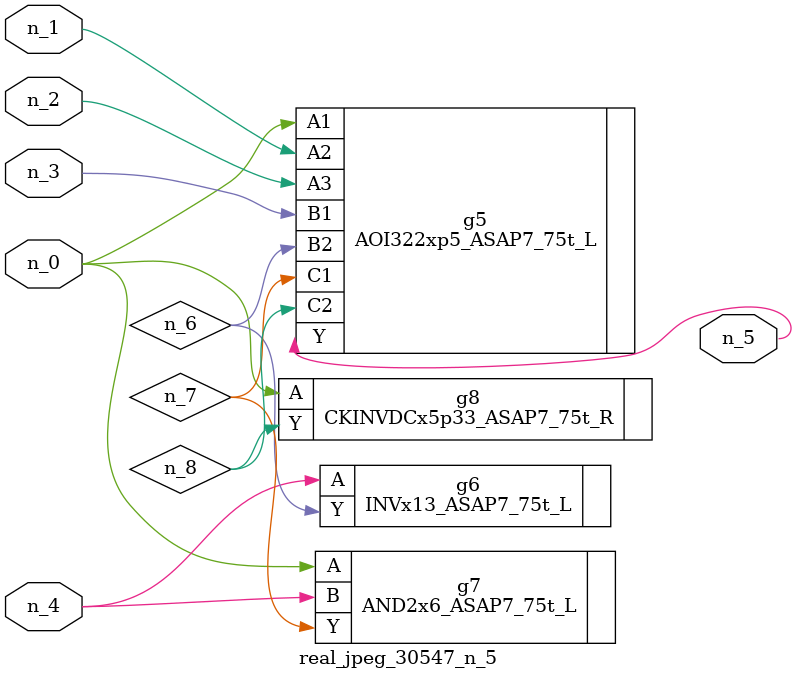
<source format=v>
module real_jpeg_30547_n_5 (n_4, n_0, n_1, n_2, n_3, n_5);

input n_4;
input n_0;
input n_1;
input n_2;
input n_3;

output n_5;

wire n_8;
wire n_6;
wire n_7;

AOI322xp5_ASAP7_75t_L g5 ( 
.A1(n_0),
.A2(n_1),
.A3(n_2),
.B1(n_3),
.B2(n_6),
.C1(n_7),
.C2(n_8),
.Y(n_5)
);

AND2x6_ASAP7_75t_L g7 ( 
.A(n_0),
.B(n_4),
.Y(n_7)
);

CKINVDCx5p33_ASAP7_75t_R g8 ( 
.A(n_0),
.Y(n_8)
);

INVx13_ASAP7_75t_L g6 ( 
.A(n_4),
.Y(n_6)
);


endmodule
</source>
